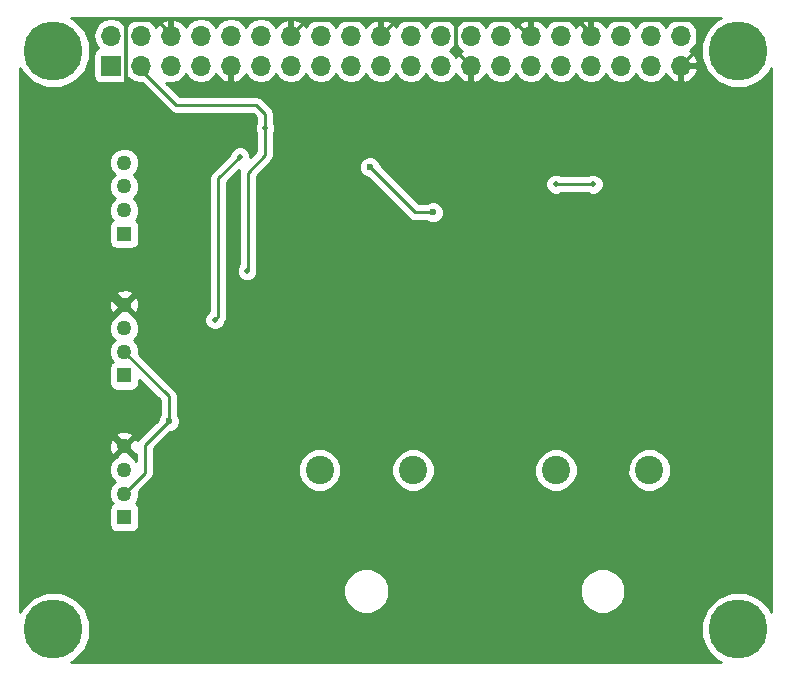
<source format=gbl>
G04 #@! TF.FileFunction,Copper,L2,Bot,Signal*
%FSLAX46Y46*%
G04 Gerber Fmt 4.6, Leading zero omitted, Abs format (unit mm)*
G04 Created by KiCad (PCBNEW 4.0.6) date Mon Jun 19 00:08:29 2017*
%MOMM*%
%LPD*%
G01*
G04 APERTURE LIST*
%ADD10C,0.100000*%
%ADD11C,5.000000*%
%ADD12R,1.270000X1.270000*%
%ADD13C,1.270000*%
%ADD14R,1.700000X1.700000*%
%ADD15O,1.700000X1.700000*%
%ADD16C,2.400000*%
%ADD17C,0.500000*%
%ADD18C,0.600000*%
%ADD19C,0.300000*%
%ADD20C,0.250000*%
%ADD21C,0.254000*%
G04 APERTURE END LIST*
D10*
D11*
X103500000Y-152500000D03*
X161500000Y-152500000D03*
X161500000Y-103500000D03*
X103500000Y-103500000D03*
D12*
X109500000Y-142999740D03*
D13*
X109500000Y-140998220D03*
X109500000Y-139001780D03*
X109500000Y-137000260D03*
D12*
X109500000Y-130999740D03*
D13*
X109500000Y-128998220D03*
X109500000Y-127001780D03*
X109500000Y-125000260D03*
D12*
X109500000Y-118999740D03*
D13*
X109500000Y-116998220D03*
X109500000Y-115001780D03*
X109500000Y-113000260D03*
D14*
X108370000Y-104770000D03*
D15*
X108370000Y-102230000D03*
X110910000Y-104770000D03*
X110910000Y-102230000D03*
X113450000Y-104770000D03*
X113450000Y-102230000D03*
X115990000Y-104770000D03*
X115990000Y-102230000D03*
X118530000Y-104770000D03*
X118530000Y-102230000D03*
X121070000Y-104770000D03*
X121070000Y-102230000D03*
X123610000Y-104770000D03*
X123610000Y-102230000D03*
X126150000Y-104770000D03*
X126150000Y-102230000D03*
X128690000Y-104770000D03*
X128690000Y-102230000D03*
X131230000Y-104770000D03*
X131230000Y-102230000D03*
X133770000Y-104770000D03*
X133770000Y-102230000D03*
X136310000Y-104770000D03*
X136310000Y-102230000D03*
X138850000Y-104770000D03*
X138850000Y-102230000D03*
X141390000Y-104770000D03*
X141390000Y-102230000D03*
X143930000Y-104770000D03*
X143930000Y-102230000D03*
X146470000Y-104770000D03*
X146470000Y-102230000D03*
X149010000Y-104770000D03*
X149010000Y-102230000D03*
X151550000Y-104770000D03*
X151550000Y-102230000D03*
X154090000Y-104770000D03*
X154090000Y-102230000D03*
X156630000Y-104770000D03*
X156630000Y-102230000D03*
D16*
X153950000Y-139000000D03*
X146050000Y-139000000D03*
X133950000Y-139000000D03*
X126050000Y-139000000D03*
D17*
X112950000Y-115900000D03*
X116450000Y-130475000D03*
X119875000Y-133850000D03*
X111925000Y-109300000D03*
D18*
X139010000Y-130310000D03*
D17*
X139050000Y-120775000D03*
D18*
X133950000Y-114240000D03*
X131750000Y-112020000D03*
X161210000Y-118130000D03*
X161070000Y-130450000D03*
X160850000Y-145540000D03*
X139000000Y-145570000D03*
X114575000Y-145700000D03*
D17*
X119900000Y-122150000D03*
X121425000Y-110075000D03*
D18*
X113260000Y-134880000D03*
D17*
X119300000Y-112475000D03*
X117175000Y-126275000D03*
D18*
X135650000Y-117200000D03*
X130300000Y-113350000D03*
D17*
X149225000Y-114825000D03*
X146050000Y-114800000D03*
D19*
X111925000Y-109300000D02*
X111925000Y-114875000D01*
X111925000Y-114875000D02*
X112950000Y-115900000D01*
X116500000Y-130475000D02*
X116450000Y-130475000D01*
X119875000Y-133850000D02*
X116500000Y-130475000D01*
X111925000Y-109300000D02*
X111025000Y-110200000D01*
X111025000Y-110200000D02*
X109625000Y-110200000D01*
X139010000Y-130310000D02*
X139010000Y-120815000D01*
X139000000Y-130320000D02*
X139010000Y-130310000D01*
X139000000Y-145570000D02*
X139000000Y-130320000D01*
X139010000Y-120815000D02*
X139050000Y-120775000D01*
X133950000Y-114240000D02*
X133950000Y-114220000D01*
X138850000Y-109340000D02*
X133950000Y-114240000D01*
X138850000Y-104770000D02*
X138850000Y-109340000D01*
X133950000Y-114220000D02*
X131750000Y-112020000D01*
X161210000Y-130310000D02*
X161210000Y-118130000D01*
X161070000Y-130450000D02*
X161210000Y-130310000D01*
X139030000Y-145540000D02*
X160850000Y-145540000D01*
X139000000Y-145570000D02*
X139030000Y-145540000D01*
X147800000Y-100875000D02*
X158025000Y-100875000D01*
X158075000Y-103325000D02*
X156630000Y-104770000D01*
X158075000Y-100925000D02*
X158075000Y-103325000D01*
X158025000Y-100875000D02*
X158075000Y-100925000D01*
X142425000Y-100875000D02*
X147800000Y-100875000D01*
X147800000Y-100875000D02*
X147850000Y-100875000D01*
X147850000Y-100875000D02*
X149010000Y-102035000D01*
X149010000Y-102035000D02*
X149010000Y-102230000D01*
X132650000Y-100875000D02*
X124965000Y-100875000D01*
X124965000Y-100875000D02*
X123610000Y-102230000D01*
X138475000Y-100875000D02*
X132650000Y-100875000D01*
X132650000Y-100875000D02*
X132585000Y-100875000D01*
X132585000Y-100875000D02*
X131230000Y-102230000D01*
X143930000Y-102230000D02*
X143780000Y-102230000D01*
X143780000Y-102230000D02*
X142425000Y-100875000D01*
X142425000Y-100875000D02*
X138475000Y-100875000D01*
X138475000Y-100875000D02*
X138225000Y-100875000D01*
X138225000Y-100875000D02*
X137625000Y-101475000D01*
X137625000Y-101475000D02*
X137625000Y-103545000D01*
X137625000Y-103545000D02*
X138850000Y-104770000D01*
X113450000Y-102230000D02*
X113450000Y-102075000D01*
X113450000Y-102075000D02*
X112250000Y-100875000D01*
X107800000Y-123825000D02*
X108975260Y-125000260D01*
X107800000Y-112025000D02*
X107800000Y-123825000D01*
X109625000Y-110200000D02*
X107800000Y-112025000D01*
X109625000Y-100900000D02*
X109625000Y-110200000D01*
X109650000Y-100875000D02*
X109625000Y-100900000D01*
X112250000Y-100875000D02*
X109650000Y-100875000D01*
X108975260Y-125000260D02*
X109500000Y-125000260D01*
X109500000Y-137000260D02*
X109500000Y-137050000D01*
X109500000Y-137050000D02*
X107125000Y-139425000D01*
X114500000Y-145775000D02*
X114575000Y-145700000D01*
X109350000Y-145775000D02*
X114500000Y-145775000D01*
X107125000Y-143550000D02*
X109350000Y-145775000D01*
X107125000Y-139425000D02*
X107125000Y-143550000D01*
X109500000Y-137000260D02*
X109300260Y-137000260D01*
X109300260Y-137000260D02*
X107650000Y-135350000D01*
X107650000Y-135350000D02*
X107650000Y-126850260D01*
X107650000Y-126850260D02*
X109500000Y-125000260D01*
D20*
X121425000Y-110075000D02*
X121425000Y-112350000D01*
X119950000Y-122100000D02*
X119900000Y-122150000D01*
X119950000Y-113825000D02*
X119950000Y-122100000D01*
X121425000Y-112350000D02*
X119950000Y-113825000D01*
X110910000Y-104770000D02*
X110910000Y-105135000D01*
X110910000Y-105135000D02*
X113875000Y-108100000D01*
X121425000Y-108825000D02*
X121425000Y-110075000D01*
X120700000Y-108100000D02*
X121425000Y-108825000D01*
X113875000Y-108100000D02*
X120700000Y-108100000D01*
X110910000Y-104770000D02*
X111045000Y-104770000D01*
X113260000Y-134880000D02*
X113260000Y-132758220D01*
X113260000Y-132758220D02*
X109500000Y-128998220D01*
X111270000Y-139228220D02*
X109500000Y-140998220D01*
X111270000Y-136870000D02*
X111270000Y-139228220D01*
X113260000Y-134880000D02*
X111270000Y-136870000D01*
X117475000Y-114300000D02*
X119300000Y-112475000D01*
X117475000Y-125975000D02*
X117475000Y-114300000D01*
X117175000Y-126275000D02*
X117475000Y-125975000D01*
X134150000Y-117200000D02*
X135650000Y-117200000D01*
X130300000Y-113350000D02*
X134150000Y-117200000D01*
X146075000Y-114825000D02*
X149225000Y-114825000D01*
X146050000Y-114800000D02*
X146075000Y-114825000D01*
D21*
G36*
X159726485Y-100840727D02*
X158843826Y-101721847D01*
X158365546Y-102873674D01*
X158364457Y-104120854D01*
X158840727Y-105273515D01*
X159721847Y-106156174D01*
X160873674Y-106634454D01*
X162120854Y-106635543D01*
X163273515Y-106159273D01*
X164156174Y-105278153D01*
X164290000Y-104955864D01*
X164290000Y-151042868D01*
X164159273Y-150726485D01*
X163278153Y-149843826D01*
X162126326Y-149365546D01*
X160879146Y-149364457D01*
X159726485Y-149840727D01*
X158843826Y-150721847D01*
X158365546Y-151873674D01*
X158364457Y-153120854D01*
X158840727Y-154273515D01*
X159721847Y-155156174D01*
X160044136Y-155290000D01*
X104957132Y-155290000D01*
X105273515Y-155159273D01*
X106156174Y-154278153D01*
X106634454Y-153126326D01*
X106635543Y-151879146D01*
X106159273Y-150726485D01*
X105278153Y-149843826D01*
X104770926Y-149633207D01*
X128064665Y-149633207D01*
X128358630Y-150344658D01*
X128902479Y-150889457D01*
X129613416Y-151184663D01*
X130383207Y-151185335D01*
X131094658Y-150891370D01*
X131639457Y-150347521D01*
X131934663Y-149636584D01*
X131934665Y-149633207D01*
X148064665Y-149633207D01*
X148358630Y-150344658D01*
X148902479Y-150889457D01*
X149613416Y-151184663D01*
X150383207Y-151185335D01*
X151094658Y-150891370D01*
X151639457Y-150347521D01*
X151934663Y-149636584D01*
X151935335Y-148866793D01*
X151641370Y-148155342D01*
X151097521Y-147610543D01*
X150386584Y-147315337D01*
X149616793Y-147314665D01*
X148905342Y-147608630D01*
X148360543Y-148152479D01*
X148065337Y-148863416D01*
X148064665Y-149633207D01*
X131934665Y-149633207D01*
X131935335Y-148866793D01*
X131641370Y-148155342D01*
X131097521Y-147610543D01*
X130386584Y-147315337D01*
X129616793Y-147314665D01*
X128905342Y-147608630D01*
X128360543Y-148152479D01*
X128065337Y-148863416D01*
X128064665Y-149633207D01*
X104770926Y-149633207D01*
X104126326Y-149365546D01*
X102879146Y-149364457D01*
X101726485Y-149840727D01*
X100843826Y-150721847D01*
X100710000Y-151044136D01*
X100710000Y-136822924D01*
X108217319Y-136822924D01*
X108247094Y-137327283D01*
X108382821Y-137654957D01*
X108611867Y-137708788D01*
X109320395Y-137000260D01*
X108611867Y-136291732D01*
X108382821Y-136345563D01*
X108217319Y-136822924D01*
X100710000Y-136822924D01*
X100710000Y-136112127D01*
X108791472Y-136112127D01*
X109500000Y-136820655D01*
X110208528Y-136112127D01*
X110154697Y-135883081D01*
X109677336Y-135717579D01*
X109172977Y-135747354D01*
X108845303Y-135883081D01*
X108791472Y-136112127D01*
X100710000Y-136112127D01*
X100710000Y-130364740D01*
X108217560Y-130364740D01*
X108217560Y-131634740D01*
X108261838Y-131870057D01*
X108400910Y-132086181D01*
X108613110Y-132231171D01*
X108865000Y-132282180D01*
X110135000Y-132282180D01*
X110370317Y-132237902D01*
X110586441Y-132098830D01*
X110731431Y-131886630D01*
X110782440Y-131634740D01*
X110782440Y-131355462D01*
X112500000Y-133073022D01*
X112500000Y-134317537D01*
X112467808Y-134349673D01*
X112325162Y-134693201D01*
X112325121Y-134740077D01*
X110732599Y-136332599D01*
X110658033Y-136444194D01*
X110617179Y-136345563D01*
X110388133Y-136291732D01*
X109679605Y-137000260D01*
X110388133Y-137708788D01*
X110510000Y-137680146D01*
X110510000Y-138215923D01*
X110220337Y-137925754D01*
X110201578Y-137917965D01*
X110208528Y-137888393D01*
X109500000Y-137179865D01*
X108791472Y-137888393D01*
X108798327Y-137917562D01*
X108781542Y-137924498D01*
X108423974Y-138281443D01*
X108230221Y-138748053D01*
X108229780Y-139253290D01*
X108422718Y-139720238D01*
X108702167Y-140000175D01*
X108423974Y-140277883D01*
X108230221Y-140744493D01*
X108229780Y-141249730D01*
X108422718Y-141716678D01*
X108530957Y-141825106D01*
X108413559Y-141900650D01*
X108268569Y-142112850D01*
X108217560Y-142364740D01*
X108217560Y-143634740D01*
X108261838Y-143870057D01*
X108400910Y-144086181D01*
X108613110Y-144231171D01*
X108865000Y-144282180D01*
X110135000Y-144282180D01*
X110370317Y-144237902D01*
X110586441Y-144098830D01*
X110731431Y-143886630D01*
X110782440Y-143634740D01*
X110782440Y-142364740D01*
X110738162Y-142129423D01*
X110599090Y-141913299D01*
X110469585Y-141824812D01*
X110576026Y-141718557D01*
X110769779Y-141251947D01*
X110770171Y-140802851D01*
X111807401Y-139765621D01*
X111972148Y-139519059D01*
X112003110Y-139363403D01*
X124214682Y-139363403D01*
X124493455Y-140038086D01*
X125009199Y-140554730D01*
X125683395Y-140834681D01*
X126413403Y-140835318D01*
X127088086Y-140556545D01*
X127604730Y-140040801D01*
X127884681Y-139366605D01*
X127884683Y-139363403D01*
X132114682Y-139363403D01*
X132393455Y-140038086D01*
X132909199Y-140554730D01*
X133583395Y-140834681D01*
X134313403Y-140835318D01*
X134988086Y-140556545D01*
X135504730Y-140040801D01*
X135784681Y-139366605D01*
X135784683Y-139363403D01*
X144214682Y-139363403D01*
X144493455Y-140038086D01*
X145009199Y-140554730D01*
X145683395Y-140834681D01*
X146413403Y-140835318D01*
X147088086Y-140556545D01*
X147604730Y-140040801D01*
X147884681Y-139366605D01*
X147884683Y-139363403D01*
X152114682Y-139363403D01*
X152393455Y-140038086D01*
X152909199Y-140554730D01*
X153583395Y-140834681D01*
X154313403Y-140835318D01*
X154988086Y-140556545D01*
X155504730Y-140040801D01*
X155784681Y-139366605D01*
X155785318Y-138636597D01*
X155506545Y-137961914D01*
X154990801Y-137445270D01*
X154316605Y-137165319D01*
X153586597Y-137164682D01*
X152911914Y-137443455D01*
X152395270Y-137959199D01*
X152115319Y-138633395D01*
X152114682Y-139363403D01*
X147884683Y-139363403D01*
X147885318Y-138636597D01*
X147606545Y-137961914D01*
X147090801Y-137445270D01*
X146416605Y-137165319D01*
X145686597Y-137164682D01*
X145011914Y-137443455D01*
X144495270Y-137959199D01*
X144215319Y-138633395D01*
X144214682Y-139363403D01*
X135784683Y-139363403D01*
X135785318Y-138636597D01*
X135506545Y-137961914D01*
X134990801Y-137445270D01*
X134316605Y-137165319D01*
X133586597Y-137164682D01*
X132911914Y-137443455D01*
X132395270Y-137959199D01*
X132115319Y-138633395D01*
X132114682Y-139363403D01*
X127884683Y-139363403D01*
X127885318Y-138636597D01*
X127606545Y-137961914D01*
X127090801Y-137445270D01*
X126416605Y-137165319D01*
X125686597Y-137164682D01*
X125011914Y-137443455D01*
X124495270Y-137959199D01*
X124215319Y-138633395D01*
X124214682Y-139363403D01*
X112003110Y-139363403D01*
X112030000Y-139228220D01*
X112030000Y-137184802D01*
X113399680Y-135815122D01*
X113445167Y-135815162D01*
X113788943Y-135673117D01*
X114052192Y-135410327D01*
X114194838Y-135066799D01*
X114195162Y-134694833D01*
X114053117Y-134351057D01*
X114020000Y-134317882D01*
X114020000Y-132758220D01*
X113962148Y-132467381D01*
X113797401Y-132220819D01*
X110769830Y-129193248D01*
X110770220Y-128746710D01*
X110577282Y-128279762D01*
X110297833Y-127999825D01*
X110576026Y-127722117D01*
X110769779Y-127255507D01*
X110770220Y-126750270D01*
X110577282Y-126283322D01*
X110220337Y-125925754D01*
X110201578Y-125917965D01*
X110208528Y-125888393D01*
X109500000Y-125179865D01*
X108791472Y-125888393D01*
X108798327Y-125917562D01*
X108781542Y-125924498D01*
X108423974Y-126281443D01*
X108230221Y-126748053D01*
X108229780Y-127253290D01*
X108422718Y-127720238D01*
X108702167Y-128000175D01*
X108423974Y-128277883D01*
X108230221Y-128744493D01*
X108229780Y-129249730D01*
X108422718Y-129716678D01*
X108530957Y-129825106D01*
X108413559Y-129900650D01*
X108268569Y-130112850D01*
X108217560Y-130364740D01*
X100710000Y-130364740D01*
X100710000Y-124822924D01*
X108217319Y-124822924D01*
X108247094Y-125327283D01*
X108382821Y-125654957D01*
X108611867Y-125708788D01*
X109320395Y-125000260D01*
X109679605Y-125000260D01*
X110388133Y-125708788D01*
X110617179Y-125654957D01*
X110782681Y-125177596D01*
X110752906Y-124673237D01*
X110617179Y-124345563D01*
X110388133Y-124291732D01*
X109679605Y-125000260D01*
X109320395Y-125000260D01*
X108611867Y-124291732D01*
X108382821Y-124345563D01*
X108217319Y-124822924D01*
X100710000Y-124822924D01*
X100710000Y-124112127D01*
X108791472Y-124112127D01*
X109500000Y-124820655D01*
X110208528Y-124112127D01*
X110154697Y-123883081D01*
X109677336Y-123717579D01*
X109172977Y-123747354D01*
X108845303Y-123883081D01*
X108791472Y-124112127D01*
X100710000Y-124112127D01*
X100710000Y-118364740D01*
X108217560Y-118364740D01*
X108217560Y-119634740D01*
X108261838Y-119870057D01*
X108400910Y-120086181D01*
X108613110Y-120231171D01*
X108865000Y-120282180D01*
X110135000Y-120282180D01*
X110370317Y-120237902D01*
X110586441Y-120098830D01*
X110731431Y-119886630D01*
X110782440Y-119634740D01*
X110782440Y-118364740D01*
X110738162Y-118129423D01*
X110599090Y-117913299D01*
X110469585Y-117824812D01*
X110576026Y-117718557D01*
X110769779Y-117251947D01*
X110770220Y-116746710D01*
X110577282Y-116279762D01*
X110297833Y-115999825D01*
X110576026Y-115722117D01*
X110769779Y-115255507D01*
X110770220Y-114750270D01*
X110577282Y-114283322D01*
X110295293Y-114000841D01*
X110576026Y-113720597D01*
X110769779Y-113253987D01*
X110770220Y-112748750D01*
X110577282Y-112281802D01*
X110220337Y-111924234D01*
X109753727Y-111730481D01*
X109248490Y-111730040D01*
X108781542Y-111922978D01*
X108423974Y-112279923D01*
X108230221Y-112746533D01*
X108229780Y-113251770D01*
X108422718Y-113718718D01*
X108704707Y-114001199D01*
X108423974Y-114281443D01*
X108230221Y-114748053D01*
X108229780Y-115253290D01*
X108422718Y-115720238D01*
X108702167Y-116000175D01*
X108423974Y-116277883D01*
X108230221Y-116744493D01*
X108229780Y-117249730D01*
X108422718Y-117716678D01*
X108530957Y-117825106D01*
X108413559Y-117900650D01*
X108268569Y-118112850D01*
X108217560Y-118364740D01*
X100710000Y-118364740D01*
X100710000Y-104957132D01*
X100840727Y-105273515D01*
X101721847Y-106156174D01*
X102873674Y-106634454D01*
X104120854Y-106635543D01*
X105273515Y-106159273D01*
X106156174Y-105278153D01*
X106634454Y-104126326D01*
X106634634Y-103920000D01*
X106872560Y-103920000D01*
X106872560Y-105620000D01*
X106916838Y-105855317D01*
X107055910Y-106071441D01*
X107268110Y-106216431D01*
X107520000Y-106267440D01*
X109220000Y-106267440D01*
X109455317Y-106223162D01*
X109671441Y-106084090D01*
X109816431Y-105871890D01*
X109830086Y-105804459D01*
X109859946Y-105849147D01*
X110341715Y-106171054D01*
X110910000Y-106284093D01*
X110971965Y-106271767D01*
X113337599Y-108637401D01*
X113584160Y-108802148D01*
X113875000Y-108860000D01*
X120385198Y-108860000D01*
X120665000Y-109139802D01*
X120665000Y-109597527D01*
X120540154Y-109898190D01*
X120539847Y-110250265D01*
X120665000Y-110553159D01*
X120665000Y-112035198D01*
X120184965Y-112515233D01*
X120185153Y-112299735D01*
X120050704Y-111974343D01*
X119801967Y-111725171D01*
X119476810Y-111590154D01*
X119124735Y-111589847D01*
X118799343Y-111724296D01*
X118550171Y-111973033D01*
X118424489Y-112275709D01*
X116937599Y-113762599D01*
X116772852Y-114009161D01*
X116715000Y-114300000D01*
X116715000Y-125507497D01*
X116674343Y-125524296D01*
X116425171Y-125773033D01*
X116290154Y-126098190D01*
X116289847Y-126450265D01*
X116424296Y-126775657D01*
X116673033Y-127024829D01*
X116998190Y-127159846D01*
X117350265Y-127160153D01*
X117675657Y-127025704D01*
X117924829Y-126776967D01*
X118059846Y-126451810D01*
X118059855Y-126441381D01*
X118177148Y-126265839D01*
X118235000Y-125975000D01*
X118235000Y-114614802D01*
X119231020Y-113618782D01*
X119190000Y-113825000D01*
X119190000Y-121608274D01*
X119150171Y-121648033D01*
X119015154Y-121973190D01*
X119014847Y-122325265D01*
X119149296Y-122650657D01*
X119398033Y-122899829D01*
X119723190Y-123034846D01*
X120075265Y-123035153D01*
X120400657Y-122900704D01*
X120649829Y-122651967D01*
X120784846Y-122326810D01*
X120785153Y-121974735D01*
X120710000Y-121792851D01*
X120710000Y-114139802D01*
X121314635Y-113535167D01*
X129364838Y-113535167D01*
X129506883Y-113878943D01*
X129769673Y-114142192D01*
X130113201Y-114284838D01*
X130160077Y-114284879D01*
X133612599Y-117737401D01*
X133859160Y-117902148D01*
X134150000Y-117960000D01*
X135087537Y-117960000D01*
X135119673Y-117992192D01*
X135463201Y-118134838D01*
X135835167Y-118135162D01*
X136178943Y-117993117D01*
X136442192Y-117730327D01*
X136584838Y-117386799D01*
X136585162Y-117014833D01*
X136443117Y-116671057D01*
X136180327Y-116407808D01*
X135836799Y-116265162D01*
X135464833Y-116264838D01*
X135121057Y-116406883D01*
X135087882Y-116440000D01*
X134464802Y-116440000D01*
X133000067Y-114975265D01*
X145164847Y-114975265D01*
X145299296Y-115300657D01*
X145548033Y-115549829D01*
X145873190Y-115684846D01*
X146225265Y-115685153D01*
X146467654Y-115585000D01*
X148747527Y-115585000D01*
X149048190Y-115709846D01*
X149400265Y-115710153D01*
X149725657Y-115575704D01*
X149974829Y-115326967D01*
X150109846Y-115001810D01*
X150110153Y-114649735D01*
X149975704Y-114324343D01*
X149726967Y-114075171D01*
X149401810Y-113940154D01*
X149049735Y-113939847D01*
X148746841Y-114065000D01*
X146566770Y-114065000D01*
X146551967Y-114050171D01*
X146226810Y-113915154D01*
X145874735Y-113914847D01*
X145549343Y-114049296D01*
X145300171Y-114298033D01*
X145165154Y-114623190D01*
X145164847Y-114975265D01*
X133000067Y-114975265D01*
X131235122Y-113210320D01*
X131235162Y-113164833D01*
X131093117Y-112821057D01*
X130830327Y-112557808D01*
X130486799Y-112415162D01*
X130114833Y-112414838D01*
X129771057Y-112556883D01*
X129507808Y-112819673D01*
X129365162Y-113163201D01*
X129364838Y-113535167D01*
X121314635Y-113535167D01*
X121962401Y-112887401D01*
X122127148Y-112640839D01*
X122185000Y-112350000D01*
X122185000Y-110552473D01*
X122309846Y-110251810D01*
X122310153Y-109899735D01*
X122185000Y-109596841D01*
X122185000Y-108825000D01*
X122127148Y-108534161D01*
X121962401Y-108287599D01*
X121237401Y-107562599D01*
X120990839Y-107397852D01*
X120700000Y-107340000D01*
X114189802Y-107340000D01*
X113055405Y-106205603D01*
X113450000Y-106284093D01*
X114018285Y-106171054D01*
X114500054Y-105849147D01*
X114720000Y-105519974D01*
X114939946Y-105849147D01*
X115421715Y-106171054D01*
X115990000Y-106284093D01*
X116558285Y-106171054D01*
X117040054Y-105849147D01*
X117267702Y-105508447D01*
X117334817Y-105651358D01*
X117763076Y-106041645D01*
X118173110Y-106211476D01*
X118403000Y-106090155D01*
X118403000Y-104897000D01*
X118383000Y-104897000D01*
X118383000Y-104643000D01*
X118403000Y-104643000D01*
X118403000Y-104623000D01*
X118657000Y-104623000D01*
X118657000Y-104643000D01*
X118677000Y-104643000D01*
X118677000Y-104897000D01*
X118657000Y-104897000D01*
X118657000Y-106090155D01*
X118886890Y-106211476D01*
X119296924Y-106041645D01*
X119725183Y-105651358D01*
X119792298Y-105508447D01*
X120019946Y-105849147D01*
X120501715Y-106171054D01*
X121070000Y-106284093D01*
X121638285Y-106171054D01*
X122120054Y-105849147D01*
X122340000Y-105519974D01*
X122559946Y-105849147D01*
X123041715Y-106171054D01*
X123610000Y-106284093D01*
X124178285Y-106171054D01*
X124660054Y-105849147D01*
X124880000Y-105519974D01*
X125099946Y-105849147D01*
X125581715Y-106171054D01*
X126150000Y-106284093D01*
X126718285Y-106171054D01*
X127200054Y-105849147D01*
X127420000Y-105519974D01*
X127639946Y-105849147D01*
X128121715Y-106171054D01*
X128690000Y-106284093D01*
X129258285Y-106171054D01*
X129740054Y-105849147D01*
X129960000Y-105519974D01*
X130179946Y-105849147D01*
X130661715Y-106171054D01*
X131230000Y-106284093D01*
X131798285Y-106171054D01*
X132280054Y-105849147D01*
X132500000Y-105519974D01*
X132719946Y-105849147D01*
X133201715Y-106171054D01*
X133770000Y-106284093D01*
X134338285Y-106171054D01*
X134820054Y-105849147D01*
X135040000Y-105519974D01*
X135259946Y-105849147D01*
X135741715Y-106171054D01*
X136310000Y-106284093D01*
X136878285Y-106171054D01*
X137360054Y-105849147D01*
X137587702Y-105508447D01*
X137654817Y-105651358D01*
X138083076Y-106041645D01*
X138493110Y-106211476D01*
X138723000Y-106090155D01*
X138723000Y-104897000D01*
X138703000Y-104897000D01*
X138703000Y-104643000D01*
X138723000Y-104643000D01*
X138723000Y-104623000D01*
X138977000Y-104623000D01*
X138977000Y-104643000D01*
X138997000Y-104643000D01*
X138997000Y-104897000D01*
X138977000Y-104897000D01*
X138977000Y-106090155D01*
X139206890Y-106211476D01*
X139616924Y-106041645D01*
X140045183Y-105651358D01*
X140112298Y-105508447D01*
X140339946Y-105849147D01*
X140821715Y-106171054D01*
X141390000Y-106284093D01*
X141958285Y-106171054D01*
X142440054Y-105849147D01*
X142660000Y-105519974D01*
X142879946Y-105849147D01*
X143361715Y-106171054D01*
X143930000Y-106284093D01*
X144498285Y-106171054D01*
X144980054Y-105849147D01*
X145200000Y-105519974D01*
X145419946Y-105849147D01*
X145901715Y-106171054D01*
X146470000Y-106284093D01*
X147038285Y-106171054D01*
X147520054Y-105849147D01*
X147740000Y-105519974D01*
X147959946Y-105849147D01*
X148441715Y-106171054D01*
X149010000Y-106284093D01*
X149578285Y-106171054D01*
X150060054Y-105849147D01*
X150280000Y-105519974D01*
X150499946Y-105849147D01*
X150981715Y-106171054D01*
X151550000Y-106284093D01*
X152118285Y-106171054D01*
X152600054Y-105849147D01*
X152820000Y-105519974D01*
X153039946Y-105849147D01*
X153521715Y-106171054D01*
X154090000Y-106284093D01*
X154658285Y-106171054D01*
X155140054Y-105849147D01*
X155367702Y-105508447D01*
X155434817Y-105651358D01*
X155863076Y-106041645D01*
X156273110Y-106211476D01*
X156503000Y-106090155D01*
X156503000Y-104897000D01*
X156757000Y-104897000D01*
X156757000Y-106090155D01*
X156986890Y-106211476D01*
X157396924Y-106041645D01*
X157825183Y-105651358D01*
X158071486Y-105126892D01*
X157950819Y-104897000D01*
X156757000Y-104897000D01*
X156503000Y-104897000D01*
X156483000Y-104897000D01*
X156483000Y-104643000D01*
X156503000Y-104643000D01*
X156503000Y-104623000D01*
X156757000Y-104623000D01*
X156757000Y-104643000D01*
X157950819Y-104643000D01*
X158071486Y-104413108D01*
X157825183Y-103888642D01*
X157396924Y-103498355D01*
X157396899Y-103498345D01*
X157680054Y-103309147D01*
X158001961Y-102827378D01*
X158115000Y-102259093D01*
X158115000Y-102200907D01*
X158001961Y-101632622D01*
X157680054Y-101150853D01*
X157198285Y-100828946D01*
X156630000Y-100715907D01*
X156061715Y-100828946D01*
X155579946Y-101150853D01*
X155360000Y-101480026D01*
X155140054Y-101150853D01*
X154658285Y-100828946D01*
X154090000Y-100715907D01*
X153521715Y-100828946D01*
X153039946Y-101150853D01*
X152820000Y-101480026D01*
X152600054Y-101150853D01*
X152118285Y-100828946D01*
X151550000Y-100715907D01*
X150981715Y-100828946D01*
X150499946Y-101150853D01*
X150272298Y-101491553D01*
X150205183Y-101348642D01*
X149776924Y-100958355D01*
X149366890Y-100788524D01*
X149137000Y-100909845D01*
X149137000Y-102103000D01*
X149157000Y-102103000D01*
X149157000Y-102357000D01*
X149137000Y-102357000D01*
X149137000Y-102377000D01*
X148883000Y-102377000D01*
X148883000Y-102357000D01*
X148863000Y-102357000D01*
X148863000Y-102103000D01*
X148883000Y-102103000D01*
X148883000Y-100909845D01*
X148653110Y-100788524D01*
X148243076Y-100958355D01*
X147814817Y-101348642D01*
X147747702Y-101491553D01*
X147520054Y-101150853D01*
X147038285Y-100828946D01*
X146470000Y-100715907D01*
X145901715Y-100828946D01*
X145419946Y-101150853D01*
X145192298Y-101491553D01*
X145125183Y-101348642D01*
X144696924Y-100958355D01*
X144286890Y-100788524D01*
X144057000Y-100909845D01*
X144057000Y-102103000D01*
X144077000Y-102103000D01*
X144077000Y-102357000D01*
X144057000Y-102357000D01*
X144057000Y-102377000D01*
X143803000Y-102377000D01*
X143803000Y-102357000D01*
X143783000Y-102357000D01*
X143783000Y-102103000D01*
X143803000Y-102103000D01*
X143803000Y-100909845D01*
X143573110Y-100788524D01*
X143163076Y-100958355D01*
X142734817Y-101348642D01*
X142667702Y-101491553D01*
X142440054Y-101150853D01*
X141958285Y-100828946D01*
X141390000Y-100715907D01*
X140821715Y-100828946D01*
X140339946Y-101150853D01*
X140120000Y-101480026D01*
X139900054Y-101150853D01*
X139418285Y-100828946D01*
X138850000Y-100715907D01*
X138281715Y-100828946D01*
X137799946Y-101150853D01*
X137580000Y-101480026D01*
X137360054Y-101150853D01*
X136878285Y-100828946D01*
X136310000Y-100715907D01*
X135741715Y-100828946D01*
X135259946Y-101150853D01*
X135040000Y-101480026D01*
X134820054Y-101150853D01*
X134338285Y-100828946D01*
X133770000Y-100715907D01*
X133201715Y-100828946D01*
X132719946Y-101150853D01*
X132492298Y-101491553D01*
X132425183Y-101348642D01*
X131996924Y-100958355D01*
X131586890Y-100788524D01*
X131357000Y-100909845D01*
X131357000Y-102103000D01*
X131377000Y-102103000D01*
X131377000Y-102357000D01*
X131357000Y-102357000D01*
X131357000Y-102377000D01*
X131103000Y-102377000D01*
X131103000Y-102357000D01*
X131083000Y-102357000D01*
X131083000Y-102103000D01*
X131103000Y-102103000D01*
X131103000Y-100909845D01*
X130873110Y-100788524D01*
X130463076Y-100958355D01*
X130034817Y-101348642D01*
X129967702Y-101491553D01*
X129740054Y-101150853D01*
X129258285Y-100828946D01*
X128690000Y-100715907D01*
X128121715Y-100828946D01*
X127639946Y-101150853D01*
X127420000Y-101480026D01*
X127200054Y-101150853D01*
X126718285Y-100828946D01*
X126150000Y-100715907D01*
X125581715Y-100828946D01*
X125099946Y-101150853D01*
X124872298Y-101491553D01*
X124805183Y-101348642D01*
X124376924Y-100958355D01*
X123966890Y-100788524D01*
X123737000Y-100909845D01*
X123737000Y-102103000D01*
X123757000Y-102103000D01*
X123757000Y-102357000D01*
X123737000Y-102357000D01*
X123737000Y-102377000D01*
X123483000Y-102377000D01*
X123483000Y-102357000D01*
X123463000Y-102357000D01*
X123463000Y-102103000D01*
X123483000Y-102103000D01*
X123483000Y-100909845D01*
X123253110Y-100788524D01*
X122843076Y-100958355D01*
X122414817Y-101348642D01*
X122347702Y-101491553D01*
X122120054Y-101150853D01*
X121638285Y-100828946D01*
X121070000Y-100715907D01*
X120501715Y-100828946D01*
X120019946Y-101150853D01*
X119800000Y-101480026D01*
X119580054Y-101150853D01*
X119098285Y-100828946D01*
X118530000Y-100715907D01*
X117961715Y-100828946D01*
X117479946Y-101150853D01*
X117260000Y-101480026D01*
X117040054Y-101150853D01*
X116558285Y-100828946D01*
X115990000Y-100715907D01*
X115421715Y-100828946D01*
X114939946Y-101150853D01*
X114712298Y-101491553D01*
X114645183Y-101348642D01*
X114216924Y-100958355D01*
X113806890Y-100788524D01*
X113577000Y-100909845D01*
X113577000Y-102103000D01*
X113597000Y-102103000D01*
X113597000Y-102357000D01*
X113577000Y-102357000D01*
X113577000Y-102377000D01*
X113323000Y-102377000D01*
X113323000Y-102357000D01*
X113303000Y-102357000D01*
X113303000Y-102103000D01*
X113323000Y-102103000D01*
X113323000Y-100909845D01*
X113093110Y-100788524D01*
X112683076Y-100958355D01*
X112254817Y-101348642D01*
X112187702Y-101491553D01*
X111960054Y-101150853D01*
X111478285Y-100828946D01*
X110910000Y-100715907D01*
X110341715Y-100828946D01*
X109859946Y-101150853D01*
X109640000Y-101480026D01*
X109420054Y-101150853D01*
X108938285Y-100828946D01*
X108370000Y-100715907D01*
X107801715Y-100828946D01*
X107319946Y-101150853D01*
X106998039Y-101632622D01*
X106885000Y-102200907D01*
X106885000Y-102259093D01*
X106998039Y-102827378D01*
X107319946Y-103309147D01*
X107321179Y-103309971D01*
X107284683Y-103316838D01*
X107068559Y-103455910D01*
X106923569Y-103668110D01*
X106872560Y-103920000D01*
X106634634Y-103920000D01*
X106635543Y-102879146D01*
X106159273Y-101726485D01*
X105278153Y-100843826D01*
X104955864Y-100710000D01*
X160042868Y-100710000D01*
X159726485Y-100840727D01*
X159726485Y-100840727D01*
G37*
X159726485Y-100840727D02*
X158843826Y-101721847D01*
X158365546Y-102873674D01*
X158364457Y-104120854D01*
X158840727Y-105273515D01*
X159721847Y-106156174D01*
X160873674Y-106634454D01*
X162120854Y-106635543D01*
X163273515Y-106159273D01*
X164156174Y-105278153D01*
X164290000Y-104955864D01*
X164290000Y-151042868D01*
X164159273Y-150726485D01*
X163278153Y-149843826D01*
X162126326Y-149365546D01*
X160879146Y-149364457D01*
X159726485Y-149840727D01*
X158843826Y-150721847D01*
X158365546Y-151873674D01*
X158364457Y-153120854D01*
X158840727Y-154273515D01*
X159721847Y-155156174D01*
X160044136Y-155290000D01*
X104957132Y-155290000D01*
X105273515Y-155159273D01*
X106156174Y-154278153D01*
X106634454Y-153126326D01*
X106635543Y-151879146D01*
X106159273Y-150726485D01*
X105278153Y-149843826D01*
X104770926Y-149633207D01*
X128064665Y-149633207D01*
X128358630Y-150344658D01*
X128902479Y-150889457D01*
X129613416Y-151184663D01*
X130383207Y-151185335D01*
X131094658Y-150891370D01*
X131639457Y-150347521D01*
X131934663Y-149636584D01*
X131934665Y-149633207D01*
X148064665Y-149633207D01*
X148358630Y-150344658D01*
X148902479Y-150889457D01*
X149613416Y-151184663D01*
X150383207Y-151185335D01*
X151094658Y-150891370D01*
X151639457Y-150347521D01*
X151934663Y-149636584D01*
X151935335Y-148866793D01*
X151641370Y-148155342D01*
X151097521Y-147610543D01*
X150386584Y-147315337D01*
X149616793Y-147314665D01*
X148905342Y-147608630D01*
X148360543Y-148152479D01*
X148065337Y-148863416D01*
X148064665Y-149633207D01*
X131934665Y-149633207D01*
X131935335Y-148866793D01*
X131641370Y-148155342D01*
X131097521Y-147610543D01*
X130386584Y-147315337D01*
X129616793Y-147314665D01*
X128905342Y-147608630D01*
X128360543Y-148152479D01*
X128065337Y-148863416D01*
X128064665Y-149633207D01*
X104770926Y-149633207D01*
X104126326Y-149365546D01*
X102879146Y-149364457D01*
X101726485Y-149840727D01*
X100843826Y-150721847D01*
X100710000Y-151044136D01*
X100710000Y-136822924D01*
X108217319Y-136822924D01*
X108247094Y-137327283D01*
X108382821Y-137654957D01*
X108611867Y-137708788D01*
X109320395Y-137000260D01*
X108611867Y-136291732D01*
X108382821Y-136345563D01*
X108217319Y-136822924D01*
X100710000Y-136822924D01*
X100710000Y-136112127D01*
X108791472Y-136112127D01*
X109500000Y-136820655D01*
X110208528Y-136112127D01*
X110154697Y-135883081D01*
X109677336Y-135717579D01*
X109172977Y-135747354D01*
X108845303Y-135883081D01*
X108791472Y-136112127D01*
X100710000Y-136112127D01*
X100710000Y-130364740D01*
X108217560Y-130364740D01*
X108217560Y-131634740D01*
X108261838Y-131870057D01*
X108400910Y-132086181D01*
X108613110Y-132231171D01*
X108865000Y-132282180D01*
X110135000Y-132282180D01*
X110370317Y-132237902D01*
X110586441Y-132098830D01*
X110731431Y-131886630D01*
X110782440Y-131634740D01*
X110782440Y-131355462D01*
X112500000Y-133073022D01*
X112500000Y-134317537D01*
X112467808Y-134349673D01*
X112325162Y-134693201D01*
X112325121Y-134740077D01*
X110732599Y-136332599D01*
X110658033Y-136444194D01*
X110617179Y-136345563D01*
X110388133Y-136291732D01*
X109679605Y-137000260D01*
X110388133Y-137708788D01*
X110510000Y-137680146D01*
X110510000Y-138215923D01*
X110220337Y-137925754D01*
X110201578Y-137917965D01*
X110208528Y-137888393D01*
X109500000Y-137179865D01*
X108791472Y-137888393D01*
X108798327Y-137917562D01*
X108781542Y-137924498D01*
X108423974Y-138281443D01*
X108230221Y-138748053D01*
X108229780Y-139253290D01*
X108422718Y-139720238D01*
X108702167Y-140000175D01*
X108423974Y-140277883D01*
X108230221Y-140744493D01*
X108229780Y-141249730D01*
X108422718Y-141716678D01*
X108530957Y-141825106D01*
X108413559Y-141900650D01*
X108268569Y-142112850D01*
X108217560Y-142364740D01*
X108217560Y-143634740D01*
X108261838Y-143870057D01*
X108400910Y-144086181D01*
X108613110Y-144231171D01*
X108865000Y-144282180D01*
X110135000Y-144282180D01*
X110370317Y-144237902D01*
X110586441Y-144098830D01*
X110731431Y-143886630D01*
X110782440Y-143634740D01*
X110782440Y-142364740D01*
X110738162Y-142129423D01*
X110599090Y-141913299D01*
X110469585Y-141824812D01*
X110576026Y-141718557D01*
X110769779Y-141251947D01*
X110770171Y-140802851D01*
X111807401Y-139765621D01*
X111972148Y-139519059D01*
X112003110Y-139363403D01*
X124214682Y-139363403D01*
X124493455Y-140038086D01*
X125009199Y-140554730D01*
X125683395Y-140834681D01*
X126413403Y-140835318D01*
X127088086Y-140556545D01*
X127604730Y-140040801D01*
X127884681Y-139366605D01*
X127884683Y-139363403D01*
X132114682Y-139363403D01*
X132393455Y-140038086D01*
X132909199Y-140554730D01*
X133583395Y-140834681D01*
X134313403Y-140835318D01*
X134988086Y-140556545D01*
X135504730Y-140040801D01*
X135784681Y-139366605D01*
X135784683Y-139363403D01*
X144214682Y-139363403D01*
X144493455Y-140038086D01*
X145009199Y-140554730D01*
X145683395Y-140834681D01*
X146413403Y-140835318D01*
X147088086Y-140556545D01*
X147604730Y-140040801D01*
X147884681Y-139366605D01*
X147884683Y-139363403D01*
X152114682Y-139363403D01*
X152393455Y-140038086D01*
X152909199Y-140554730D01*
X153583395Y-140834681D01*
X154313403Y-140835318D01*
X154988086Y-140556545D01*
X155504730Y-140040801D01*
X155784681Y-139366605D01*
X155785318Y-138636597D01*
X155506545Y-137961914D01*
X154990801Y-137445270D01*
X154316605Y-137165319D01*
X153586597Y-137164682D01*
X152911914Y-137443455D01*
X152395270Y-137959199D01*
X152115319Y-138633395D01*
X152114682Y-139363403D01*
X147884683Y-139363403D01*
X147885318Y-138636597D01*
X147606545Y-137961914D01*
X147090801Y-137445270D01*
X146416605Y-137165319D01*
X145686597Y-137164682D01*
X145011914Y-137443455D01*
X144495270Y-137959199D01*
X144215319Y-138633395D01*
X144214682Y-139363403D01*
X135784683Y-139363403D01*
X135785318Y-138636597D01*
X135506545Y-137961914D01*
X134990801Y-137445270D01*
X134316605Y-137165319D01*
X133586597Y-137164682D01*
X132911914Y-137443455D01*
X132395270Y-137959199D01*
X132115319Y-138633395D01*
X132114682Y-139363403D01*
X127884683Y-139363403D01*
X127885318Y-138636597D01*
X127606545Y-137961914D01*
X127090801Y-137445270D01*
X126416605Y-137165319D01*
X125686597Y-137164682D01*
X125011914Y-137443455D01*
X124495270Y-137959199D01*
X124215319Y-138633395D01*
X124214682Y-139363403D01*
X112003110Y-139363403D01*
X112030000Y-139228220D01*
X112030000Y-137184802D01*
X113399680Y-135815122D01*
X113445167Y-135815162D01*
X113788943Y-135673117D01*
X114052192Y-135410327D01*
X114194838Y-135066799D01*
X114195162Y-134694833D01*
X114053117Y-134351057D01*
X114020000Y-134317882D01*
X114020000Y-132758220D01*
X113962148Y-132467381D01*
X113797401Y-132220819D01*
X110769830Y-129193248D01*
X110770220Y-128746710D01*
X110577282Y-128279762D01*
X110297833Y-127999825D01*
X110576026Y-127722117D01*
X110769779Y-127255507D01*
X110770220Y-126750270D01*
X110577282Y-126283322D01*
X110220337Y-125925754D01*
X110201578Y-125917965D01*
X110208528Y-125888393D01*
X109500000Y-125179865D01*
X108791472Y-125888393D01*
X108798327Y-125917562D01*
X108781542Y-125924498D01*
X108423974Y-126281443D01*
X108230221Y-126748053D01*
X108229780Y-127253290D01*
X108422718Y-127720238D01*
X108702167Y-128000175D01*
X108423974Y-128277883D01*
X108230221Y-128744493D01*
X108229780Y-129249730D01*
X108422718Y-129716678D01*
X108530957Y-129825106D01*
X108413559Y-129900650D01*
X108268569Y-130112850D01*
X108217560Y-130364740D01*
X100710000Y-130364740D01*
X100710000Y-124822924D01*
X108217319Y-124822924D01*
X108247094Y-125327283D01*
X108382821Y-125654957D01*
X108611867Y-125708788D01*
X109320395Y-125000260D01*
X109679605Y-125000260D01*
X110388133Y-125708788D01*
X110617179Y-125654957D01*
X110782681Y-125177596D01*
X110752906Y-124673237D01*
X110617179Y-124345563D01*
X110388133Y-124291732D01*
X109679605Y-125000260D01*
X109320395Y-125000260D01*
X108611867Y-124291732D01*
X108382821Y-124345563D01*
X108217319Y-124822924D01*
X100710000Y-124822924D01*
X100710000Y-124112127D01*
X108791472Y-124112127D01*
X109500000Y-124820655D01*
X110208528Y-124112127D01*
X110154697Y-123883081D01*
X109677336Y-123717579D01*
X109172977Y-123747354D01*
X108845303Y-123883081D01*
X108791472Y-124112127D01*
X100710000Y-124112127D01*
X100710000Y-118364740D01*
X108217560Y-118364740D01*
X108217560Y-119634740D01*
X108261838Y-119870057D01*
X108400910Y-120086181D01*
X108613110Y-120231171D01*
X108865000Y-120282180D01*
X110135000Y-120282180D01*
X110370317Y-120237902D01*
X110586441Y-120098830D01*
X110731431Y-119886630D01*
X110782440Y-119634740D01*
X110782440Y-118364740D01*
X110738162Y-118129423D01*
X110599090Y-117913299D01*
X110469585Y-117824812D01*
X110576026Y-117718557D01*
X110769779Y-117251947D01*
X110770220Y-116746710D01*
X110577282Y-116279762D01*
X110297833Y-115999825D01*
X110576026Y-115722117D01*
X110769779Y-115255507D01*
X110770220Y-114750270D01*
X110577282Y-114283322D01*
X110295293Y-114000841D01*
X110576026Y-113720597D01*
X110769779Y-113253987D01*
X110770220Y-112748750D01*
X110577282Y-112281802D01*
X110220337Y-111924234D01*
X109753727Y-111730481D01*
X109248490Y-111730040D01*
X108781542Y-111922978D01*
X108423974Y-112279923D01*
X108230221Y-112746533D01*
X108229780Y-113251770D01*
X108422718Y-113718718D01*
X108704707Y-114001199D01*
X108423974Y-114281443D01*
X108230221Y-114748053D01*
X108229780Y-115253290D01*
X108422718Y-115720238D01*
X108702167Y-116000175D01*
X108423974Y-116277883D01*
X108230221Y-116744493D01*
X108229780Y-117249730D01*
X108422718Y-117716678D01*
X108530957Y-117825106D01*
X108413559Y-117900650D01*
X108268569Y-118112850D01*
X108217560Y-118364740D01*
X100710000Y-118364740D01*
X100710000Y-104957132D01*
X100840727Y-105273515D01*
X101721847Y-106156174D01*
X102873674Y-106634454D01*
X104120854Y-106635543D01*
X105273515Y-106159273D01*
X106156174Y-105278153D01*
X106634454Y-104126326D01*
X106634634Y-103920000D01*
X106872560Y-103920000D01*
X106872560Y-105620000D01*
X106916838Y-105855317D01*
X107055910Y-106071441D01*
X107268110Y-106216431D01*
X107520000Y-106267440D01*
X109220000Y-106267440D01*
X109455317Y-106223162D01*
X109671441Y-106084090D01*
X109816431Y-105871890D01*
X109830086Y-105804459D01*
X109859946Y-105849147D01*
X110341715Y-106171054D01*
X110910000Y-106284093D01*
X110971965Y-106271767D01*
X113337599Y-108637401D01*
X113584160Y-108802148D01*
X113875000Y-108860000D01*
X120385198Y-108860000D01*
X120665000Y-109139802D01*
X120665000Y-109597527D01*
X120540154Y-109898190D01*
X120539847Y-110250265D01*
X120665000Y-110553159D01*
X120665000Y-112035198D01*
X120184965Y-112515233D01*
X120185153Y-112299735D01*
X120050704Y-111974343D01*
X119801967Y-111725171D01*
X119476810Y-111590154D01*
X119124735Y-111589847D01*
X118799343Y-111724296D01*
X118550171Y-111973033D01*
X118424489Y-112275709D01*
X116937599Y-113762599D01*
X116772852Y-114009161D01*
X116715000Y-114300000D01*
X116715000Y-125507497D01*
X116674343Y-125524296D01*
X116425171Y-125773033D01*
X116290154Y-126098190D01*
X116289847Y-126450265D01*
X116424296Y-126775657D01*
X116673033Y-127024829D01*
X116998190Y-127159846D01*
X117350265Y-127160153D01*
X117675657Y-127025704D01*
X117924829Y-126776967D01*
X118059846Y-126451810D01*
X118059855Y-126441381D01*
X118177148Y-126265839D01*
X118235000Y-125975000D01*
X118235000Y-114614802D01*
X119231020Y-113618782D01*
X119190000Y-113825000D01*
X119190000Y-121608274D01*
X119150171Y-121648033D01*
X119015154Y-121973190D01*
X119014847Y-122325265D01*
X119149296Y-122650657D01*
X119398033Y-122899829D01*
X119723190Y-123034846D01*
X120075265Y-123035153D01*
X120400657Y-122900704D01*
X120649829Y-122651967D01*
X120784846Y-122326810D01*
X120785153Y-121974735D01*
X120710000Y-121792851D01*
X120710000Y-114139802D01*
X121314635Y-113535167D01*
X129364838Y-113535167D01*
X129506883Y-113878943D01*
X129769673Y-114142192D01*
X130113201Y-114284838D01*
X130160077Y-114284879D01*
X133612599Y-117737401D01*
X133859160Y-117902148D01*
X134150000Y-117960000D01*
X135087537Y-117960000D01*
X135119673Y-117992192D01*
X135463201Y-118134838D01*
X135835167Y-118135162D01*
X136178943Y-117993117D01*
X136442192Y-117730327D01*
X136584838Y-117386799D01*
X136585162Y-117014833D01*
X136443117Y-116671057D01*
X136180327Y-116407808D01*
X135836799Y-116265162D01*
X135464833Y-116264838D01*
X135121057Y-116406883D01*
X135087882Y-116440000D01*
X134464802Y-116440000D01*
X133000067Y-114975265D01*
X145164847Y-114975265D01*
X145299296Y-115300657D01*
X145548033Y-115549829D01*
X145873190Y-115684846D01*
X146225265Y-115685153D01*
X146467654Y-115585000D01*
X148747527Y-115585000D01*
X149048190Y-115709846D01*
X149400265Y-115710153D01*
X149725657Y-115575704D01*
X149974829Y-115326967D01*
X150109846Y-115001810D01*
X150110153Y-114649735D01*
X149975704Y-114324343D01*
X149726967Y-114075171D01*
X149401810Y-113940154D01*
X149049735Y-113939847D01*
X148746841Y-114065000D01*
X146566770Y-114065000D01*
X146551967Y-114050171D01*
X146226810Y-113915154D01*
X145874735Y-113914847D01*
X145549343Y-114049296D01*
X145300171Y-114298033D01*
X145165154Y-114623190D01*
X145164847Y-114975265D01*
X133000067Y-114975265D01*
X131235122Y-113210320D01*
X131235162Y-113164833D01*
X131093117Y-112821057D01*
X130830327Y-112557808D01*
X130486799Y-112415162D01*
X130114833Y-112414838D01*
X129771057Y-112556883D01*
X129507808Y-112819673D01*
X129365162Y-113163201D01*
X129364838Y-113535167D01*
X121314635Y-113535167D01*
X121962401Y-112887401D01*
X122127148Y-112640839D01*
X122185000Y-112350000D01*
X122185000Y-110552473D01*
X122309846Y-110251810D01*
X122310153Y-109899735D01*
X122185000Y-109596841D01*
X122185000Y-108825000D01*
X122127148Y-108534161D01*
X121962401Y-108287599D01*
X121237401Y-107562599D01*
X120990839Y-107397852D01*
X120700000Y-107340000D01*
X114189802Y-107340000D01*
X113055405Y-106205603D01*
X113450000Y-106284093D01*
X114018285Y-106171054D01*
X114500054Y-105849147D01*
X114720000Y-105519974D01*
X114939946Y-105849147D01*
X115421715Y-106171054D01*
X115990000Y-106284093D01*
X116558285Y-106171054D01*
X117040054Y-105849147D01*
X117267702Y-105508447D01*
X117334817Y-105651358D01*
X117763076Y-106041645D01*
X118173110Y-106211476D01*
X118403000Y-106090155D01*
X118403000Y-104897000D01*
X118383000Y-104897000D01*
X118383000Y-104643000D01*
X118403000Y-104643000D01*
X118403000Y-104623000D01*
X118657000Y-104623000D01*
X118657000Y-104643000D01*
X118677000Y-104643000D01*
X118677000Y-104897000D01*
X118657000Y-104897000D01*
X118657000Y-106090155D01*
X118886890Y-106211476D01*
X119296924Y-106041645D01*
X119725183Y-105651358D01*
X119792298Y-105508447D01*
X120019946Y-105849147D01*
X120501715Y-106171054D01*
X121070000Y-106284093D01*
X121638285Y-106171054D01*
X122120054Y-105849147D01*
X122340000Y-105519974D01*
X122559946Y-105849147D01*
X123041715Y-106171054D01*
X123610000Y-106284093D01*
X124178285Y-106171054D01*
X124660054Y-105849147D01*
X124880000Y-105519974D01*
X125099946Y-105849147D01*
X125581715Y-106171054D01*
X126150000Y-106284093D01*
X126718285Y-106171054D01*
X127200054Y-105849147D01*
X127420000Y-105519974D01*
X127639946Y-105849147D01*
X128121715Y-106171054D01*
X128690000Y-106284093D01*
X129258285Y-106171054D01*
X129740054Y-105849147D01*
X129960000Y-105519974D01*
X130179946Y-105849147D01*
X130661715Y-106171054D01*
X131230000Y-106284093D01*
X131798285Y-106171054D01*
X132280054Y-105849147D01*
X132500000Y-105519974D01*
X132719946Y-105849147D01*
X133201715Y-106171054D01*
X133770000Y-106284093D01*
X134338285Y-106171054D01*
X134820054Y-105849147D01*
X135040000Y-105519974D01*
X135259946Y-105849147D01*
X135741715Y-106171054D01*
X136310000Y-106284093D01*
X136878285Y-106171054D01*
X137360054Y-105849147D01*
X137587702Y-105508447D01*
X137654817Y-105651358D01*
X138083076Y-106041645D01*
X138493110Y-106211476D01*
X138723000Y-106090155D01*
X138723000Y-104897000D01*
X138703000Y-104897000D01*
X138703000Y-104643000D01*
X138723000Y-104643000D01*
X138723000Y-104623000D01*
X138977000Y-104623000D01*
X138977000Y-104643000D01*
X138997000Y-104643000D01*
X138997000Y-104897000D01*
X138977000Y-104897000D01*
X138977000Y-106090155D01*
X139206890Y-106211476D01*
X139616924Y-106041645D01*
X140045183Y-105651358D01*
X140112298Y-105508447D01*
X140339946Y-105849147D01*
X140821715Y-106171054D01*
X141390000Y-106284093D01*
X141958285Y-106171054D01*
X142440054Y-105849147D01*
X142660000Y-105519974D01*
X142879946Y-105849147D01*
X143361715Y-106171054D01*
X143930000Y-106284093D01*
X144498285Y-106171054D01*
X144980054Y-105849147D01*
X145200000Y-105519974D01*
X145419946Y-105849147D01*
X145901715Y-106171054D01*
X146470000Y-106284093D01*
X147038285Y-106171054D01*
X147520054Y-105849147D01*
X147740000Y-105519974D01*
X147959946Y-105849147D01*
X148441715Y-106171054D01*
X149010000Y-106284093D01*
X149578285Y-106171054D01*
X150060054Y-105849147D01*
X150280000Y-105519974D01*
X150499946Y-105849147D01*
X150981715Y-106171054D01*
X151550000Y-106284093D01*
X152118285Y-106171054D01*
X152600054Y-105849147D01*
X152820000Y-105519974D01*
X153039946Y-105849147D01*
X153521715Y-106171054D01*
X154090000Y-106284093D01*
X154658285Y-106171054D01*
X155140054Y-105849147D01*
X155367702Y-105508447D01*
X155434817Y-105651358D01*
X155863076Y-106041645D01*
X156273110Y-106211476D01*
X156503000Y-106090155D01*
X156503000Y-104897000D01*
X156757000Y-104897000D01*
X156757000Y-106090155D01*
X156986890Y-106211476D01*
X157396924Y-106041645D01*
X157825183Y-105651358D01*
X158071486Y-105126892D01*
X157950819Y-104897000D01*
X156757000Y-104897000D01*
X156503000Y-104897000D01*
X156483000Y-104897000D01*
X156483000Y-104643000D01*
X156503000Y-104643000D01*
X156503000Y-104623000D01*
X156757000Y-104623000D01*
X156757000Y-104643000D01*
X157950819Y-104643000D01*
X158071486Y-104413108D01*
X157825183Y-103888642D01*
X157396924Y-103498355D01*
X157396899Y-103498345D01*
X157680054Y-103309147D01*
X158001961Y-102827378D01*
X158115000Y-102259093D01*
X158115000Y-102200907D01*
X158001961Y-101632622D01*
X157680054Y-101150853D01*
X157198285Y-100828946D01*
X156630000Y-100715907D01*
X156061715Y-100828946D01*
X155579946Y-101150853D01*
X155360000Y-101480026D01*
X155140054Y-101150853D01*
X154658285Y-100828946D01*
X154090000Y-100715907D01*
X153521715Y-100828946D01*
X153039946Y-101150853D01*
X152820000Y-101480026D01*
X152600054Y-101150853D01*
X152118285Y-100828946D01*
X151550000Y-100715907D01*
X150981715Y-100828946D01*
X150499946Y-101150853D01*
X150272298Y-101491553D01*
X150205183Y-101348642D01*
X149776924Y-100958355D01*
X149366890Y-100788524D01*
X149137000Y-100909845D01*
X149137000Y-102103000D01*
X149157000Y-102103000D01*
X149157000Y-102357000D01*
X149137000Y-102357000D01*
X149137000Y-102377000D01*
X148883000Y-102377000D01*
X148883000Y-102357000D01*
X148863000Y-102357000D01*
X148863000Y-102103000D01*
X148883000Y-102103000D01*
X148883000Y-100909845D01*
X148653110Y-100788524D01*
X148243076Y-100958355D01*
X147814817Y-101348642D01*
X147747702Y-101491553D01*
X147520054Y-101150853D01*
X147038285Y-100828946D01*
X146470000Y-100715907D01*
X145901715Y-100828946D01*
X145419946Y-101150853D01*
X145192298Y-101491553D01*
X145125183Y-101348642D01*
X144696924Y-100958355D01*
X144286890Y-100788524D01*
X144057000Y-100909845D01*
X144057000Y-102103000D01*
X144077000Y-102103000D01*
X144077000Y-102357000D01*
X144057000Y-102357000D01*
X144057000Y-102377000D01*
X143803000Y-102377000D01*
X143803000Y-102357000D01*
X143783000Y-102357000D01*
X143783000Y-102103000D01*
X143803000Y-102103000D01*
X143803000Y-100909845D01*
X143573110Y-100788524D01*
X143163076Y-100958355D01*
X142734817Y-101348642D01*
X142667702Y-101491553D01*
X142440054Y-101150853D01*
X141958285Y-100828946D01*
X141390000Y-100715907D01*
X140821715Y-100828946D01*
X140339946Y-101150853D01*
X140120000Y-101480026D01*
X139900054Y-101150853D01*
X139418285Y-100828946D01*
X138850000Y-100715907D01*
X138281715Y-100828946D01*
X137799946Y-101150853D01*
X137580000Y-101480026D01*
X137360054Y-101150853D01*
X136878285Y-100828946D01*
X136310000Y-100715907D01*
X135741715Y-100828946D01*
X135259946Y-101150853D01*
X135040000Y-101480026D01*
X134820054Y-101150853D01*
X134338285Y-100828946D01*
X133770000Y-100715907D01*
X133201715Y-100828946D01*
X132719946Y-101150853D01*
X132492298Y-101491553D01*
X132425183Y-101348642D01*
X131996924Y-100958355D01*
X131586890Y-100788524D01*
X131357000Y-100909845D01*
X131357000Y-102103000D01*
X131377000Y-102103000D01*
X131377000Y-102357000D01*
X131357000Y-102357000D01*
X131357000Y-102377000D01*
X131103000Y-102377000D01*
X131103000Y-102357000D01*
X131083000Y-102357000D01*
X131083000Y-102103000D01*
X131103000Y-102103000D01*
X131103000Y-100909845D01*
X130873110Y-100788524D01*
X130463076Y-100958355D01*
X130034817Y-101348642D01*
X129967702Y-101491553D01*
X129740054Y-101150853D01*
X129258285Y-100828946D01*
X128690000Y-100715907D01*
X128121715Y-100828946D01*
X127639946Y-101150853D01*
X127420000Y-101480026D01*
X127200054Y-101150853D01*
X126718285Y-100828946D01*
X126150000Y-100715907D01*
X125581715Y-100828946D01*
X125099946Y-101150853D01*
X124872298Y-101491553D01*
X124805183Y-101348642D01*
X124376924Y-100958355D01*
X123966890Y-100788524D01*
X123737000Y-100909845D01*
X123737000Y-102103000D01*
X123757000Y-102103000D01*
X123757000Y-102357000D01*
X123737000Y-102357000D01*
X123737000Y-102377000D01*
X123483000Y-102377000D01*
X123483000Y-102357000D01*
X123463000Y-102357000D01*
X123463000Y-102103000D01*
X123483000Y-102103000D01*
X123483000Y-100909845D01*
X123253110Y-100788524D01*
X122843076Y-100958355D01*
X122414817Y-101348642D01*
X122347702Y-101491553D01*
X122120054Y-101150853D01*
X121638285Y-100828946D01*
X121070000Y-100715907D01*
X120501715Y-100828946D01*
X120019946Y-101150853D01*
X119800000Y-101480026D01*
X119580054Y-101150853D01*
X119098285Y-100828946D01*
X118530000Y-100715907D01*
X117961715Y-100828946D01*
X117479946Y-101150853D01*
X117260000Y-101480026D01*
X117040054Y-101150853D01*
X116558285Y-100828946D01*
X115990000Y-100715907D01*
X115421715Y-100828946D01*
X114939946Y-101150853D01*
X114712298Y-101491553D01*
X114645183Y-101348642D01*
X114216924Y-100958355D01*
X113806890Y-100788524D01*
X113577000Y-100909845D01*
X113577000Y-102103000D01*
X113597000Y-102103000D01*
X113597000Y-102357000D01*
X113577000Y-102357000D01*
X113577000Y-102377000D01*
X113323000Y-102377000D01*
X113323000Y-102357000D01*
X113303000Y-102357000D01*
X113303000Y-102103000D01*
X113323000Y-102103000D01*
X113323000Y-100909845D01*
X113093110Y-100788524D01*
X112683076Y-100958355D01*
X112254817Y-101348642D01*
X112187702Y-101491553D01*
X111960054Y-101150853D01*
X111478285Y-100828946D01*
X110910000Y-100715907D01*
X110341715Y-100828946D01*
X109859946Y-101150853D01*
X109640000Y-101480026D01*
X109420054Y-101150853D01*
X108938285Y-100828946D01*
X108370000Y-100715907D01*
X107801715Y-100828946D01*
X107319946Y-101150853D01*
X106998039Y-101632622D01*
X106885000Y-102200907D01*
X106885000Y-102259093D01*
X106998039Y-102827378D01*
X107319946Y-103309147D01*
X107321179Y-103309971D01*
X107284683Y-103316838D01*
X107068559Y-103455910D01*
X106923569Y-103668110D01*
X106872560Y-103920000D01*
X106634634Y-103920000D01*
X106635543Y-102879146D01*
X106159273Y-101726485D01*
X105278153Y-100843826D01*
X104955864Y-100710000D01*
X160042868Y-100710000D01*
X159726485Y-100840727D01*
G36*
X137799946Y-103309147D02*
X138083101Y-103498345D01*
X138083076Y-103498355D01*
X137654817Y-103888642D01*
X137587702Y-104031553D01*
X137360054Y-103690853D01*
X137074422Y-103500000D01*
X137360054Y-103309147D01*
X137580000Y-102979974D01*
X137799946Y-103309147D01*
X137799946Y-103309147D01*
G37*
X137799946Y-103309147D02*
X138083101Y-103498345D01*
X138083076Y-103498355D01*
X137654817Y-103888642D01*
X137587702Y-104031553D01*
X137360054Y-103690853D01*
X137074422Y-103500000D01*
X137360054Y-103309147D01*
X137580000Y-102979974D01*
X137799946Y-103309147D01*
M02*

</source>
